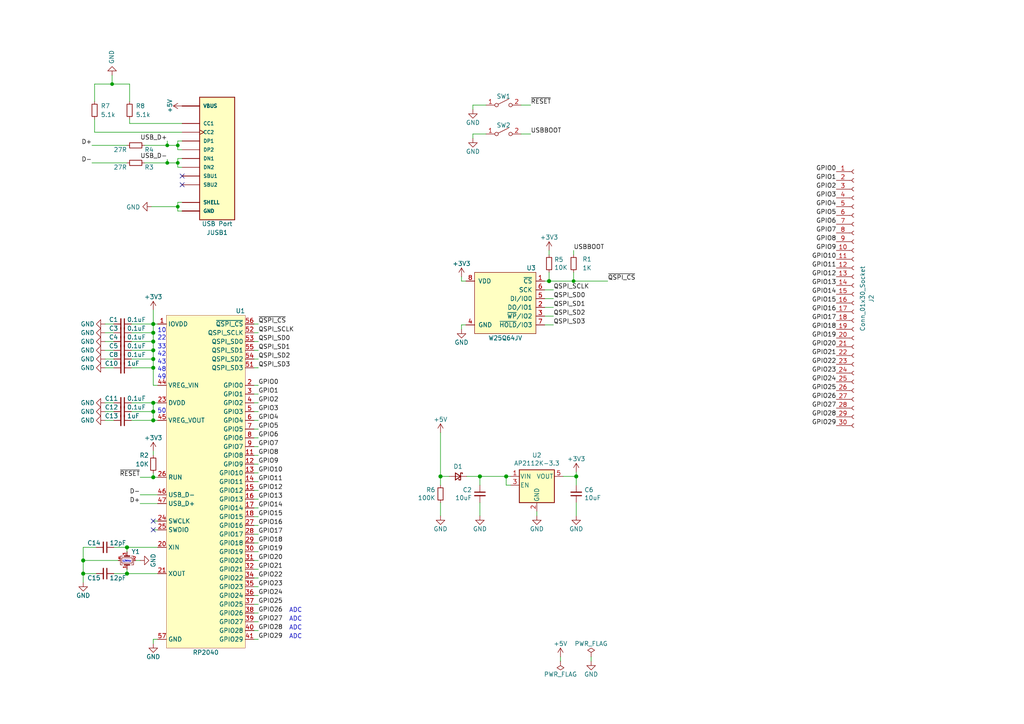
<source format=kicad_sch>
(kicad_sch (version 20230121) (generator eeschema)
  (paper "A4")
  (lib_symbols
    (symbol "Connector:Conn_01x30_Socket" (pin_names (offset 1.016) hide)
      (property "Reference" "J" (at 0 38.1 0))
      (property "Value" "Conn_01x30_Socket" (at 0 -40.64 0))
      (symbol "Conn_01x30_Socket_1_1"
        (arc (start 0 -37.592) (mid -0.5058 -38.1) (end 0 -38.608) (stroke (width 0.1524)))
        (arc (start 0 -35.052) (mid -0.5058 -35.56) (end 0 -36.068) (stroke (width 0.1524)))
        (arc (start 0 -32.512) (mid -0.5058 -33.02) (end 0 -33.528) (stroke (width 0.1524)))
        (arc (start 0 -29.972) (mid -0.5058 -30.48) (end 0 -30.988) (stroke (width 0.1524)))
        (arc (start 0 -27.432) (mid -0.5058 -27.94) (end 0 -28.448) (stroke (width 0.1524)))
        (arc (start 0 -24.892) (mid -0.5058 -25.4) (end 0 -25.908) (stroke (width 0.1524)))
        (arc (start 0 -22.352) (mid -0.5058 -22.86) (end 0 -23.368) (stroke (width 0.1524)))
        (arc (start 0 -19.812) (mid -0.5058 -20.32) (end 0 -20.828) (stroke (width 0.1524)))
        (arc (start 0 -17.272) (mid -0.5058 -17.78) (end 0 -18.288) (stroke (width 0.1524)))
        (arc (start 0 -14.732) (mid -0.5058 -15.24) (end 0 -15.748) (stroke (width 0.1524)))
        (arc (start 0 -12.192) (mid -0.5058 -12.7) (end 0 -13.208) (stroke (width 0.1524)))
        (arc (start 0 -9.652) (mid -0.5058 -10.16) (end 0 -10.668) (stroke (width 0.1524)))
        (arc (start 0 -7.112) (mid -0.5058 -7.62) (end 0 -8.128) (stroke (width 0.1524)))
        (arc (start 0 -4.572) (mid -0.5058 -5.08) (end 0 -5.588) (stroke (width 0.1524)))
        (arc (start 0 -2.032) (mid -0.5058 -2.54) (end 0 -3.048) (stroke (width 0.1524)))
        (polyline (pts (xy -1.27 -38.1) (xy -0.508 -38.1)) (stroke (width 0.1524)))
        (polyline (pts (xy -1.27 -35.56) (xy -0.508 -35.56)) (stroke (width 0.1524)))
        (polyline (pts (xy -1.27 -33.02) (xy -0.508 -33.02)) (stroke (width 0.1524)))
        (polyline (pts (xy -1.27 -30.48) (xy -0.508 -30.48)) (stroke (width 0.1524)))
        (polyline (pts (xy -1.27 -27.94) (xy -0.508 -27.94)) (stroke (width 0.1524)))
        (polyline (pts (xy -1.27 -25.4) (xy -0.508 -25.4)) (stroke (width 0.1524)))
        (polyline (pts (xy -1.27 -22.86) (xy -0.508 -22.86)) (stroke (width 0.1524)))
        (polyline (pts (xy -1.27 -20.32) (xy -0.508 -20.32)) (stroke (width 0.1524)))
        (polyline (pts (xy -1.27 -17.78) (xy -0.508 -17.78)) (stroke (width 0.1524)))
        (polyline (pts (xy -1.27 -15.24) (xy -0.508 -15.24)) (stroke (width 0.1524)))
        (polyline (pts (xy -1.27 -12.7) (xy -0.508 -12.7)) (stroke (width 0.1524)))
        (polyline (pts (xy -1.27 -10.16) (xy -0.508 -10.16)) (stroke (width 0.1524)))
        (polyline (pts (xy -1.27 -7.62) (xy -0.508 -7.62)) (stroke (width 0.1524)))
        (polyline (pts (xy -1.27 -5.08) (xy -0.508 -5.08)) (stroke (width 0.1524)))
        (polyline (pts (xy -1.27 -2.54) (xy -0.508 -2.54)) (stroke (width 0.1524)))
        (polyline (pts (xy -1.27 0) (xy -0.508 0)) (stroke (width 0.1524)))
        (polyline (pts (xy -1.27 2.54) (xy -0.508 2.54)) (stroke (width 0.1524)))
        (polyline (pts (xy -1.27 5.08) (xy -0.508 5.08)) (stroke (width 0.1524)))
        (polyline (pts (xy -1.27 7.62) (xy -0.508 7.62)) (stroke (width 0.1524)))
        (polyline (pts (xy -1.27 10.16) (xy -0.508 10.16)) (stroke (width 0.1524)))
        (polyline (pts (xy -1.27 12.7) (xy -0.508 12.7)) (stroke (width 0.1524)))
        (polyline (pts (xy -1.27 15.24) (xy -0.508 15.24)) (stroke (width 0.1524)))
        (polyline (pts (xy -1.27 17.78) (xy -0.508 17.78)) (stroke (width 0.1524)))
        (polyline (pts (xy -1.27 20.32) (xy -0.508 20.32)) (stroke (width 0.1524)))
        (polyline (pts (xy -1.27 22.86) (xy -0.508 22.86)) (stroke (width 0.1524)))
        (polyline (pts (xy -1.27 25.4) (xy -0.508 25.4)) (stroke (width 0.1524)))
        (polyline (pts (xy -1.27 27.94) (xy -0.508 27.94)) (stroke (width 0.1524)))
        (polyline (pts (xy -1.27 30.48) (xy -0.508 30.48)) (stroke (width 0.1524)))
        (polyline (pts (xy -1.27 33.02) (xy -0.508 33.02)) (stroke (width 0.1524)))
        (polyline (pts (xy -1.27 35.56) (xy -0.508 35.56)) (stroke (width 0.1524)))
        (arc (start 0 0.508) (mid -0.5058 0) (end 0 -0.508) (stroke (width 0.1524)))
        (arc (start 0 3.048) (mid -0.5058 2.54) (end 0 2.032) (stroke (width 0.1524)))
        (arc (start 0 5.588) (mid -0.5058 5.08) (end 0 4.572) (stroke (width 0.1524)))
        (arc (start 0 8.128) (mid -0.5058 7.62) (end 0 7.112) (stroke (width 0.1524)))
        (arc (start 0 10.668) (mid -0.5058 10.16) (end 0 9.652) (stroke (width 0.1524)))
        (arc (start 0 13.208) (mid -0.5058 12.7) (end 0 12.192) (stroke (width 0.1524)))
        (arc (start 0 15.748) (mid -0.5058 15.24) (end 0 14.732) (stroke (width 0.1524)))
        (arc (start 0 18.288) (mid -0.5058 17.78) (end 0 17.272) (stroke (width 0.1524)))
        (arc (start 0 20.828) (mid -0.5058 20.32) (end 0 19.812) (stroke (width 0.1524)))
        (arc (start 0 23.368) (mid -0.5058 22.86) (end 0 22.352) (stroke (width 0.1524)))
        (arc (start 0 25.908) (mid -0.5058 25.4) (end 0 24.892) (stroke (width 0.1524)))
        (arc (start 0 28.448) (mid -0.5058 27.94) (end 0 27.432) (stroke (width 0.1524)))
        (arc (start 0 30.988) (mid -0.5058 30.48) (end 0 29.972) (stroke (width 0.1524)))
        (arc (start 0 33.528) (mid -0.5058 33.02) (end 0 32.512) (stroke (width 0.1524)))
        (arc (start 0 36.068) (mid -0.5058 35.56) (end 0 35.052) (stroke (width 0.1524)))
        (pin passive line (at -5.08 35.56 0) (length 3.81) (name "Pin_1") (number "1"))
        (pin passive line (at -5.08 12.7 0) (length 3.81) (name "Pin_10") (number "10"))
        (pin passive line (at -5.08 10.16 0) (length 3.81) (name "Pin_11") (number "11"))
        (pin passive line (at -5.08 7.62 0) (length 3.81) (name "Pin_12") (number "12"))
        (pin passive line (at -5.08 5.08 0) (length 3.81) (name "Pin_13") (number "13"))
        (pin passive line (at -5.08 2.54 0) (length 3.81) (name "Pin_14") (number "14"))
        (pin passive line (at -5.08 0 0) (length 3.81) (name "Pin_15") (number "15"))
        (pin passive line (at -5.08 -2.54 0) (length 3.81) (name "Pin_16") (number "16"))
        (pin passive line (at -5.08 -5.08 0) (length 3.81) (name "Pin_17") (number "17"))
        (pin passive line (at -5.08 -7.62 0) (length 3.81) (name "Pin_18") (number "18"))
        (pin passive line (at -5.08 -10.16 0) (length 3.81) (name "Pin_19") (number "19"))
        (pin passive line (at -5.08 33.02 0) (length 3.81) (name "Pin_2") (number "2"))
        (pin passive line (at -5.08 -12.7 0) (length 3.81) (name "Pin_20") (number "20"))
        (pin passive line (at -5.08 -15.24 0) (length 3.81) (name "Pin_21") (number "21"))
        (pin passive line (at -5.08 -17.78 0) (length 3.81) (name "Pin_22") (number "22"))
        (pin passive line (at -5.08 -20.32 0) (length 3.81) (name "Pin_23") (number "23"))
        (pin passive line (at -5.08 -22.86 0) (length 3.81) (name "Pin_24") (number "24"))
        (pin passive line (at -5.08 -25.4 0) (length 3.81) (name "Pin_25") (number "25"))
        (pin passive line (at -5.08 -27.94 0) (length 3.81) (name "Pin_26") (number "26"))
        (pin passive line (at -5.08 -30.48 0) (length 3.81) (name "Pin_27") (number "27"))
        (pin passive line (at -5.08 -33.02 0) (length 3.81) (name "Pin_28") (number "28"))
        (pin passive line (at -5.08 -35.56 0) (length 3.81) (name "Pin_29") (number "29"))
        (pin passive line (at -5.08 30.48 0) (length 3.81) (name "Pin_3") (number "3"))
        (pin passive line (at -5.08 -38.1 0) (length 3.81) (name "Pin_30") (number "30"))
        (pin passive line (at -5.08 27.94 0) (length 3.81) (name "Pin_4") (number "4"))
        (pin passive line (at -5.08 25.4 0) (length 3.81) (name "Pin_5") (number "5"))
        (pin passive line (at -5.08 22.86 0) (length 3.81) (name "Pin_6") (number "6"))
        (pin passive line (at -5.08 20.32 0) (length 3.81) (name "Pin_7") (number "7"))
        (pin passive line (at -5.08 17.78 0) (length 3.81) (name "Pin_8") (number "8"))
        (pin passive line (at -5.08 15.24 0) (length 3.81) (name "Pin_9") (number "9"))
      )
    )
    (symbol "Device:C_Small" (pin_numbers hide) (pin_names (offset 0.254) hide)
      (property "Reference" "C" (at 0.254 1.778 0))
      (property "Value" "C_Small" (at 0.254 -2.032 0))
      (symbol "C_Small_0_1"
        (polyline (pts (xy -1.524 -0.508) (xy 1.524 -0.508)) (stroke (width 0.3302)))
        (polyline (pts (xy -1.524 0.508) (xy 1.524 0.508)) (stroke (width 0.3048)))
      )
      (symbol "C_Small_1_1"
        (pin passive line (at 0 2.54 270) (length 2.032) (name "~") (number "1"))
        (pin passive line (at 0 -2.54 90) (length 2.032) (name "~") (number "2"))
      )
    )
    (symbol "Device:Crystal_GND24_Small" (pin_names (offset 1.016) hide)
      (property "Reference" "Y" (at 1.27 4.445 0))
      (property "Value" "Crystal_GND24_Small" (at 1.27 2.54 0))
      (symbol "Crystal_GND24_Small_0_1"
        (rectangle (start -0.762 -1.524) (end 0.762 1.524))
        (polyline (pts (xy -1.27 -0.762) (xy -1.27 0.762)) (stroke (width 0.381)))
        (polyline (pts (xy 1.27 -0.762) (xy 1.27 0.762)) (stroke (width 0.381)))
        (polyline (pts (xy -1.27 -1.27) (xy -1.27 -1.905) (xy 1.27 -1.905) (xy 1.27 -1.27)))
        (polyline (pts (xy -1.27 1.27) (xy -1.27 1.905) (xy 1.27 1.905) (xy 1.27 1.27)))
      )
      (symbol "Crystal_GND24_Small_1_1"
        (pin passive line (at -2.54 0 0) (length 1.27) (name "1") (number "1"))
        (pin passive line (at 0 -2.54 90) (length 0.635) (name "2") (number "2"))
        (pin passive line (at 2.54 0 180) (length 1.27) (name "3") (number "3"))
        (pin passive line (at 0 2.54 270) (length 0.635) (name "4") (number "4"))
      )
    )
    (symbol "Device:D_Schottky_Small" (pin_numbers hide) (pin_names (offset 0.254) hide)
      (property "Reference" "D" (at -1.27 2.032 0))
      (property "Value" "D_Schottky_Small" (at -7.112 -2.032 0))
      (symbol "D_Schottky_Small_0_1"
        (polyline (pts (xy -0.762 0) (xy 0.762 0)))
        (polyline (pts (xy 0.762 -1.016) (xy -0.762 0) (xy 0.762 1.016) (xy 0.762 -1.016)) (stroke (width 0.254)))
        (polyline (pts (xy -1.27 0.762) (xy -1.27 1.016) (xy -0.762 1.016) (xy -0.762 -1.016) (xy -0.254 -1.016) (xy -0.254 -0.762)) (stroke (width 0.254)))
      )
      (symbol "D_Schottky_Small_1_1"
        (pin passive line (at -2.54 0 0) (length 1.778) (name "K") (number "1"))
        (pin passive line (at 2.54 0 180) (length 1.778) (name "A") (number "2"))
      )
    )
    (symbol "Device:R_Small" (pin_numbers hide) (pin_names (offset 0.254) hide)
      (property "Reference" "R" (at 0.762 0.508 0))
      (property "Value" "R_Small" (at 0.762 -1.016 0))
      (symbol "R_Small_0_1"
        (rectangle (start -0.762 1.778) (end 0.762 -1.778) (stroke (width 0.2032)))
      )
      (symbol "R_Small_1_1"
        (pin passive line (at 0 2.54 270) (length 0.762) (name "~") (number "1"))
        (pin passive line (at 0 -2.54 90) (length 0.762) (name "~") (number "2"))
      )
    )
    (symbol "Keyboard:GND" (power) (pin_names (offset 0))
      (property "Value" "GND" (at 0 -3.81 0))
      (symbol "GND_0_1"
        (polyline (pts (xy 0 0) (xy 0 -1.27) (xy 1.27 -1.27) (xy 0 -2.54) (xy -1.27 -1.27) (xy 0 -1.27)))
      )
      (symbol "GND_1_1"
        (pin power_in line (at 0 0 270) (length 0) hide (name "GND") (number "1"))
      )
    )
    (symbol "Keyboard:USB4085-GF-A_REVA4" (pin_numbers hide) (pin_names (offset 1.016))
      (property "Reference" "J" (at -5.1054 18.3134 0))
      (property "Value" "USB4085-GF-A_REVA4" (at -5.1054 -20.3708 0))
      (symbol "USB4085-GF-A_REVA4_0_0"
        (rectangle (start -5.08 -17.78) (end 5.08 17.78) (stroke (width 0.254)) (fill (type background)))
        (pin passive line (at -10.16 -15.24 0) (length 5.08) (name "GND") (number "A1"))
        (pin passive line (at -10.16 -15.24 0) (length 5.08) (name "GND") (number "A12"))
        (pin power_in line (at -10.16 15.24 0) (length 5.08) (name "VBUS") (number "A4"))
        (pin bidirectional line (at -10.16 10.16 0) (length 5.08) (name "CC1") (number "A5"))
        (pin bidirectional line (at -10.16 5.08 0) (length 5.08) (name "DP1") (number "A6"))
        (pin bidirectional line (at -10.16 0 0) (length 5.08) (name "DN1") (number "A7"))
        (pin bidirectional line (at -10.16 -5.08 0) (length 5.08) (name "SBU1") (number "A8"))
        (pin power_in line (at -10.16 15.24 0) (length 5.08) (name "VBUS") (number "A9"))
        (pin passive line (at -10.16 -15.24 0) (length 5.08) (name "GND") (number "B1"))
        (pin passive line (at -10.16 -15.24 0) (length 5.08) (name "GND") (number "B12"))
        (pin power_in line (at -10.16 15.24 0) (length 5.08) (name "VBUS") (number "B4"))
        (pin bidirectional clock (at -10.16 7.62 0) (length 5.08) (name "CC2") (number "B5"))
        (pin bidirectional line (at -10.16 2.54 0) (length 5.08) (name "DP2") (number "B6"))
        (pin bidirectional line (at -10.16 -2.54 0) (length 5.08) (name "DN2") (number "B7"))
        (pin bidirectional line (at -10.16 -7.62 0) (length 5.08) (name "SBU2") (number "B8"))
        (pin power_in line (at -10.16 15.24 0) (length 5.08) (name "VBUS") (number "B9"))
        (pin passive line (at -10.16 -12.7 0) (length 5.08) (name "SHELL") (number "P1"))
        (pin passive line (at -10.16 -12.7 0) (length 5.08) (name "SHELL") (number "P2"))
        (pin passive line (at -10.16 -12.7 0) (length 5.08) (name "SHELL") (number "P3"))
        (pin passive line (at -10.16 -12.7 0) (length 5.08) (name "SHELL") (number "P4"))
      )
    )
    (symbol "MCU_RaspberryPi:RP2040"
      (property "Reference" "U" (at 11.43 1.27 0))
      (property "Value" "RP2040" (at 0 -97.79 0))
      (symbol "RP2040_0_0"
        (pin power_in line (at -13.97 -2.54 0) (length 2.54) (name "IOVDD") (number "1"))
        (pin passive line (at -13.97 -2.54 0) (length 2.54) hide (name "IOVDD") (number "10"))
        (pin bidirectional line (at 13.97 -40.64 180) (length 2.54) (name "GPIO8") (number "11"))
        (pin bidirectional line (at 13.97 -20.32 180) (length 2.54) (name "GPIO0") (number "2"))
        (pin bidirectional line (at 13.97 -22.86 180) (length 2.54) (name "GPIO1") (number "3"))
        (pin bidirectional line (at 13.97 -25.4 180) (length 2.54) (name "GPIO2") (number "4"))
        (pin bidirectional line (at 13.97 -27.94 180) (length 2.54) (name "GPIO3") (number "5"))
        (pin bidirectional line (at 13.97 -30.48 180) (length 2.54) (name "GPIO4") (number "6"))
        (pin bidirectional line (at 13.97 -33.02 180) (length 2.54) (name "GPIO5") (number "7"))
        (pin bidirectional line (at 13.97 -35.56 180) (length 2.54) (name "GPIO6") (number "8"))
        (pin bidirectional line (at 13.97 -38.1 180) (length 2.54) (name "GPIO7") (number "9"))
      )
      (symbol "RP2040_0_1"
        (rectangle (start -11.43 0) (end 11.43 -96.52) (stroke (width 0.001)) (fill (type background)))
      )
      (symbol "RP2040_1_1"
        (pin bidirectional line (at 13.97 -43.18 180) (length 2.54) (name "GPIO9") (number "12"))
        (pin bidirectional line (at 13.97 -45.72 180) (length 2.54) (name "GPIO10") (number "13"))
        (pin bidirectional line (at 13.97 -48.26 180) (length 2.54) (name "GPIO11") (number "14"))
        (pin bidirectional line (at 13.97 -50.8 180) (length 2.54) (name "GPIO12") (number "15"))
        (pin bidirectional line (at 13.97 -53.34 180) (length 2.54) (name "GPIO13") (number "16"))
        (pin bidirectional line (at 13.97 -55.88 180) (length 2.54) (name "GPIO14") (number "17"))
        (pin bidirectional line (at 13.97 -58.42 180) (length 2.54) (name "GPIO15") (number "18"))
        (pin passive line (at -13.97 -93.98 0) (length 2.54) hide (name "TESTEN") (number "19"))
        (pin input line (at -13.97 -67.31 0) (length 2.54) (name "XIN") (number "20"))
        (pin output line (at -13.97 -74.93 0) (length 2.54) (name "XOUT") (number "21"))
        (pin passive line (at -13.97 -2.54 0) (length 2.54) hide (name "IOVDD") (number "22"))
        (pin power_in line (at -13.97 -25.4 0) (length 2.54) (name "DVDD") (number "23"))
        (pin input line (at -13.97 -59.69 0) (length 2.54) (name "SWCLK") (number "24"))
        (pin bidirectional line (at -13.97 -62.23 0) (length 2.54) (name "SWDIO") (number "25"))
        (pin input line (at -13.97 -46.99 0) (length 2.54) (name "RUN") (number "26"))
        (pin bidirectional line (at 13.97 -60.96 180) (length 2.54) (name "GPIO16") (number "27"))
        (pin bidirectional line (at 13.97 -63.5 180) (length 2.54) (name "GPIO17") (number "28"))
        (pin bidirectional line (at 13.97 -66.04 180) (length 2.54) (name "GPIO18") (number "29"))
        (pin bidirectional line (at 13.97 -68.58 180) (length 2.54) (name "GPIO19") (number "30"))
        (pin bidirectional line (at 13.97 -71.12 180) (length 2.54) (name "GPIO20") (number "31"))
        (pin bidirectional line (at 13.97 -73.66 180) (length 2.54) (name "GPIO21") (number "32"))
        (pin passive line (at -13.97 -2.54 0) (length 2.54) hide (name "IOVDD") (number "33"))
        (pin bidirectional line (at 13.97 -76.2 180) (length 2.54) (name "GPIO22") (number "34"))
        (pin bidirectional line (at 13.97 -78.74 180) (length 2.54) (name "GPIO23") (number "35"))
        (pin bidirectional line (at 13.97 -81.28 180) (length 2.54) (name "GPIO24") (number "36"))
        (pin bidirectional line (at 13.97 -83.82 180) (length 2.54) (name "GPIO25") (number "37"))
        (pin bidirectional line (at 13.97 -86.36 180) (length 2.54) (name "GPIO26") (number "38"))
        (pin bidirectional line (at 13.97 -88.9 180) (length 2.54) (name "GPIO27") (number "39"))
        (pin bidirectional line (at 13.97 -91.44 180) (length 2.54) (name "GPIO28") (number "40"))
        (pin bidirectional line (at 13.97 -93.98 180) (length 2.54) (name "GPIO29") (number "41"))
        (pin passive line (at -13.97 -2.54 0) (length 2.54) hide (name "IOVDD") (number "42"))
        (pin passive line (at -13.97 -2.54 0) (length 2.54) hide (name "ADC_AVDD") (number "43"))
        (pin power_in line (at -13.97 -20.32 0) (length 2.54) (name "VREG_VIN") (number "44"))
        (pin power_out line (at -13.97 -30.48 0) (length 2.54) (name "VREG_VOUT") (number "45"))
        (pin bidirectional line (at -13.97 -52.07 0) (length 2.54) (name "USB_D-") (number "46"))
        (pin bidirectional line (at -13.97 -54.61 0) (length 2.54) (name "USB_D+") (number "47"))
        (pin passive line (at -13.97 -2.54 0) (length 2.54) hide (name "USB_VDD") (number "48"))
        (pin passive line (at -13.97 -2.54 0) (length 2.54) hide (name "IOVDD") (number "49"))
        (pin passive line (at -13.97 -25.4 0) (length 2.54) hide (name "DVDD") (number "50"))
        (pin bidirectional line (at 13.97 -15.24 180) (length 2.54) (name "QSPI_SD3") (number "51"))
        (pin output line (at 13.97 -5.08 180) (length 2.54) (name "QSPI_SCLK") (number "52"))
        (pin bidirectional line (at 13.97 -7.62 180) (length 2.54) (name "QSPI_SD0") (number "53"))
        (pin bidirectional line (at 13.97 -12.7 180) (length 2.54) (name "QSPI_SD2") (number "54"))
        (pin bidirectional line (at 13.97 -10.16 180) (length 2.54) (name "QSPI_SD1") (number "55"))
        (pin input line (at 13.97 -2.54 180) (length 2.54) (name "~{QSPI_CS}") (number "56"))
        (pin power_in line (at -13.97 -93.98 0) (length 2.54) (name "GND") (number "57"))
      )
    )
    (symbol "Memory_Flash_Extra:W25Q64JV" (pin_names (offset 1.016))
      (property "Reference" "U" (at 8.89 10.16 0))
      (property "Value" "W25Q64JV" (at 0 -10.16 0))
      (symbol "W25Q64JV_0_1"
        (rectangle (start -8.89 8.89) (end 8.89 -8.89) (fill (type background)))
      )
      (symbol "W25Q64JV_1_1"
        (pin input line (at 11.43 6.35 180) (length 2.54) (name "~{CS}") (number "1"))
        (pin bidirectional line (at 11.43 -1.27 180) (length 2.54) (name "DO/IO1") (number "2"))
        (pin bidirectional line (at 11.43 -3.81 180) (length 2.54) (name "~{WP}/IO2") (number "3"))
        (pin power_in line (at -11.43 -6.35 0) (length 2.54) (name "GND") (number "4"))
        (pin bidirectional line (at 11.43 1.27 180) (length 2.54) (name "DI/IO0") (number "5"))
        (pin input line (at 11.43 3.81 180) (length 2.54) (name "SCK") (number "6"))
        (pin bidirectional line (at 11.43 -6.35 180) (length 2.54) (name "~{HOLD}/IO3") (number "7"))
        (pin power_in line (at -11.43 6.35 0) (length 2.54) (name "VDD") (number "8"))
        (pin passive line (at -11.43 -6.35 0) (length 2.54) hide (name "GND") (number "9"))
      )
    )
    (symbol "Regulator_Linear:AP2112K-3.3" (pin_names (offset 0.254))
      (property "Reference" "U" (at -5.08 5.715 0))
      (property "Value" "AP2112K-3.3" (at 0 5.715 0))
      (symbol "AP2112K-3.3_0_1"
        (rectangle (start -5.08 4.445) (end 5.08 -5.08) (stroke (width 0.254)) (fill (type background)))
      )
      (symbol "AP2112K-3.3_1_1"
        (pin power_in line (at -7.62 2.54 0) (length 2.54) (name "VIN") (number "1"))
        (pin power_in line (at 0 -7.62 90) (length 2.54) (name "GND") (number "2"))
        (pin input line (at -7.62 0 0) (length 2.54) (name "EN") (number "3"))
        (pin no_connect line (at 5.08 0 180) (length 2.54) hide (name "NC") (number "4"))
        (pin power_out line (at 7.62 2.54 180) (length 2.54) (name "VOUT") (number "5"))
      )
    )
    (symbol "Switch:SW_SPST" (pin_names (offset 0) hide)
      (property "Reference" "SW" (at 0 3.175 0))
      (property "Value" "SW_SPST" (at 0 -2.54 0))
      (symbol "SW_SPST_0_0"
        (circle (center -2.032 0) (radius 0.508))
        (polyline (pts (xy -1.524 0.254) (xy 1.524 1.778)))
        (circle (center 2.032 0) (radius 0.508))
      )
      (symbol "SW_SPST_1_1"
        (pin passive line (at -5.08 0 0) (length 2.54) (name "A") (number "1"))
        (pin passive line (at 5.08 0 180) (length 2.54) (name "B") (number "2"))
      )
    )
    (symbol "power:+3.3V" (power) (pin_names (offset 0))
      (property "Value" "+3.3V" (at 0 3.556 0))
      (symbol "+3.3V_0_1"
        (polyline (pts (xy -0.762 1.27) (xy 0 2.54)))
        (polyline (pts (xy 0 0) (xy 0 2.54)))
        (polyline (pts (xy 0 2.54) (xy 0.762 1.27)))
      )
      (symbol "+3.3V_1_1"
        (pin power_in line (at 0 0 90) (length 0) hide (name "+3V3") (number "1"))
      )
    )
    (symbol "power:+3V3" (power) (pin_names (offset 0))
      (property "Value" "+3V3" (at 0 3.556 0))
      (symbol "+3V3_0_1"
        (polyline (pts (xy -0.762 1.27) (xy 0 2.54)))
        (polyline (pts (xy 0 0) (xy 0 2.54)))
        (polyline (pts (xy 0 2.54) (xy 0.762 1.27)))
      )
      (symbol "+3V3_1_1"
        (pin power_in line (at 0 0 90) (length 0) hide (name "+3V3") (number "1"))
      )
    )
    (symbol "power:+5V" (power) (pin_names (offset 0))
      (property "Value" "+5V" (at 0 3.556 0))
      (symbol "+5V_0_1"
        (polyline (pts (xy -0.762 1.27) (xy 0 2.54)))
        (polyline (pts (xy 0 0) (xy 0 2.54)))
        (polyline (pts (xy 0 2.54) (xy 0.762 1.27)))
      )
      (symbol "+5V_1_1"
        (pin power_in line (at 0 0 90) (length 0) hide (name "+5V") (number "1"))
      )
    )
    (symbol "power:GND" (power) (pin_names (offset 0))
      (property "Value" "GND" (at 0 -3.81 0))
      (symbol "GND_0_1"
        (polyline (pts (xy 0 0) (xy 0 -1.27) (xy 1.27 -1.27) (xy 0 -2.54) (xy -1.27 -1.27) (xy 0 -1.27)))
      )
      (symbol "GND_1_1"
        (pin power_in line (at 0 0 270) (length 0) hide (name "GND") (number "1"))
      )
    )
    (symbol "power:PWR_FLAG" (power) (pin_numbers hide) (pin_names (offset 0) hide)
      (property "Value" "PWR_FLAG" (at 0 3.81 0))
      (symbol "PWR_FLAG_0_0"
        (pin power_out line (at 0 0 90) (length 0) (name "pwr") (number "1"))
      )
      (symbol "PWR_FLAG_0_1"
        (polyline (pts (xy 0 0) (xy 0 1.27) (xy -1.016 1.905) (xy 0 2.54) (xy 1.016 1.905) (xy 0 1.27)))
      )
    )
  )
  (junction (at 32.512 24.384))
  (junction (at 51.562 59.944))
  (junction (at 48.514 47.244))
  (junction (at 127.762 138.176) (diameter 1.016))
  (junction (at 24.13 166.37) (diameter 1.016))
  (junction (at 44.45 96.52) (diameter 1.016))
  (junction (at 36.83 158.75) (diameter 1.016))
  (junction (at 44.45 119.38) (diameter 1.016))
  (junction (at 44.45 93.98) (diameter 1.016))
  (junction (at 48.514 42.164))
  (junction (at 166.37 81.534))
  (junction (at 44.45 104.14) (diameter 1.016))
  (junction (at 44.45 116.84) (diameter 1.016))
  (junction (at 44.45 121.92) (diameter 1.016))
  (junction (at 139.192 138.176) (diameter 1.016))
  (junction (at 167.132 138.176) (diameter 1.016))
  (junction (at 24.13 162.56) (diameter 1.016))
  (junction (at 36.83 166.37) (diameter 1.016))
  (junction (at 146.812 138.176) (diameter 1.016))
  (junction (at 51.562 47.244))
  (junction (at 44.45 99.06) (diameter 1.016))
  (junction (at 44.45 138.43) (diameter 1.016))
  (junction (at 159.258 81.534) (diameter 1.016))
  (junction (at 44.45 101.6) (diameter 1.016))
  (junction (at 51.562 42.164))
  (junction (at 44.45 106.68) (diameter 1.016))
  (no_connect (at 44.45 151.13))
  (no_connect (at 52.832 51.054))
  (no_connect (at 52.832 53.594))
  (no_connect (at 44.45 153.67))
  (wire (pts (xy 36.83 158.75) (xy 45.72 158.75)))
  (wire (pts (xy 51.562 58.674) (xy 52.832 58.674)))
  (wire (pts (xy 73.66 152.4) (xy 74.93 152.4)))
  (wire (pts (xy 166.37 81.534) (xy 159.258 81.534)))
  (wire (pts (xy 38.1 101.6) (xy 44.45 101.6)))
  (wire (pts (xy 27.432 24.384) (xy 27.432 29.464)))
  (wire (pts (xy 30.48 104.14) (xy 33.02 104.14)))
  (wire (pts (xy 139.192 138.176) (xy 135.382 138.176)))
  (wire (pts (xy 33.02 166.37) (xy 36.83 166.37)))
  (wire (pts (xy 51.562 59.944) (xy 51.562 58.674)))
  (wire (pts (xy 45.72 111.76) (xy 44.45 111.76)))
  (wire (pts (xy 38.1 104.14) (xy 44.45 104.14)))
  (wire (pts (xy 139.192 138.176) (xy 146.812 138.176)))
  (wire (pts (xy 73.66 132.08) (xy 74.93 132.08)))
  (wire (pts (xy 51.562 40.894) (xy 52.832 40.894)))
  (wire (pts (xy 73.66 119.38) (xy 74.93 119.38)))
  (wire (pts (xy 74.93 149.86) (xy 73.66 149.86)))
  (wire (pts (xy 73.66 139.7) (xy 74.93 139.7)))
  (wire (pts (xy 73.66 111.76) (xy 74.93 111.76)))
  (wire (pts (xy 52.832 61.214) (xy 51.562 61.214)))
  (wire (pts (xy 171.45 190.5) (xy 171.45 191.77)))
  (wire (pts (xy 135.128 94.234) (xy 133.858 94.234)))
  (wire (pts (xy 44.45 101.6) (xy 44.45 104.14)))
  (wire (pts (xy 38.1 99.06) (xy 44.45 99.06)))
  (wire (pts (xy 163.322 138.176) (xy 167.132 138.176)))
  (wire (pts (xy 36.83 166.37) (xy 45.72 166.37)))
  (wire (pts (xy 166.37 81.534) (xy 166.37 78.994)))
  (wire (pts (xy 30.48 93.98) (xy 33.02 93.98)))
  (wire (pts (xy 44.45 185.42) (xy 44.45 186.69)))
  (wire (pts (xy 137.16 38.862) (xy 140.97 38.862)))
  (wire (pts (xy 74.93 99.06) (xy 73.66 99.06)))
  (wire (pts (xy 24.13 162.56) (xy 24.13 166.37)))
  (wire (pts (xy 44.45 116.84) (xy 45.72 116.84)))
  (wire (pts (xy 51.562 45.974) (xy 52.832 45.974)))
  (wire (pts (xy 157.988 91.694) (xy 160.528 91.694)))
  (wire (pts (xy 73.66 165.1) (xy 74.93 165.1)))
  (wire (pts (xy 146.812 140.716) (xy 146.812 138.176)))
  (wire (pts (xy 43.942 59.944) (xy 51.562 59.944)))
  (wire (pts (xy 73.66 154.94) (xy 74.93 154.94)))
  (wire (pts (xy 30.48 119.38) (xy 33.02 119.38)))
  (wire (pts (xy 73.66 137.16) (xy 74.93 137.16)))
  (wire (pts (xy 73.66 180.34) (xy 74.93 180.34)))
  (wire (pts (xy 41.91 42.164) (xy 48.514 42.164)))
  (wire (pts (xy 38.1 93.98) (xy 44.45 93.98)))
  (wire (pts (xy 51.562 48.514) (xy 52.832 48.514)))
  (wire (pts (xy 73.66 121.92) (xy 74.93 121.92)))
  (wire (pts (xy 51.562 47.244) (xy 51.562 45.974)))
  (wire (pts (xy 30.48 116.84) (xy 33.02 116.84)))
  (wire (pts (xy 44.45 151.13) (xy 45.72 151.13)))
  (wire (pts (xy 73.66 129.54) (xy 74.93 129.54)))
  (wire (pts (xy 148.082 140.716) (xy 146.812 140.716)))
  (wire (pts (xy 37.592 24.384) (xy 37.592 29.464)))
  (wire (pts (xy 24.13 158.75) (xy 24.13 162.56)))
  (wire (pts (xy 157.988 81.534) (xy 159.258 81.534)))
  (wire (pts (xy 127.762 125.476) (xy 127.762 138.176)))
  (wire (pts (xy 157.988 94.234) (xy 160.528 94.234)))
  (wire (pts (xy 24.13 166.37) (xy 27.94 166.37)))
  (wire (pts (xy 73.66 185.42) (xy 74.93 185.42)))
  (wire (pts (xy 30.48 99.06) (xy 33.02 99.06)))
  (wire (pts (xy 73.66 114.3) (xy 74.93 114.3)))
  (wire (pts (xy 137.16 40.132) (xy 137.16 38.862)))
  (wire (pts (xy 37.592 34.544) (xy 37.592 35.814)))
  (wire (pts (xy 37.592 35.814) (xy 52.832 35.814)))
  (wire (pts (xy 51.562 43.434) (xy 52.832 43.434)))
  (wire (pts (xy 38.1 96.52) (xy 44.45 96.52)))
  (wire (pts (xy 34.29 162.56) (xy 24.13 162.56)))
  (wire (pts (xy 127.762 138.176) (xy 127.762 140.716)))
  (wire (pts (xy 36.83 42.164) (xy 26.67 42.164)))
  (wire (pts (xy 74.93 104.14) (xy 73.66 104.14)))
  (wire (pts (xy 157.988 84.074) (xy 160.528 84.074)))
  (wire (pts (xy 73.66 93.98) (xy 74.93 93.98)))
  (wire (pts (xy 48.514 40.894) (xy 48.514 42.164)))
  (wire (pts (xy 162.56 190.5) (xy 162.56 191.77)))
  (wire (pts (xy 73.66 144.78) (xy 74.93 144.78)))
  (wire (pts (xy 44.45 93.98) (xy 45.72 93.98)))
  (wire (pts (xy 176.276 81.534) (xy 166.37 81.534)))
  (wire (pts (xy 48.514 47.244) (xy 51.562 47.244)))
  (wire (pts (xy 38.1 119.38) (xy 44.45 119.38)))
  (wire (pts (xy 44.45 121.92) (xy 45.72 121.92)))
  (wire (pts (xy 36.83 47.244) (xy 26.67 47.244)))
  (wire (pts (xy 45.72 185.42) (xy 44.45 185.42)))
  (wire (pts (xy 51.562 42.164) (xy 51.562 40.894)))
  (wire (pts (xy 73.66 124.46) (xy 74.93 124.46)))
  (wire (pts (xy 40.64 143.51) (xy 45.72 143.51)))
  (wire (pts (xy 155.702 148.336) (xy 155.702 149.606)))
  (wire (pts (xy 38.1 106.68) (xy 44.45 106.68)))
  (wire (pts (xy 27.432 34.544) (xy 27.432 38.354)))
  (wire (pts (xy 139.192 138.176) (xy 139.192 140.716)))
  (wire (pts (xy 44.45 153.67) (xy 45.72 153.67)))
  (wire (pts (xy 167.132 138.176) (xy 167.132 140.716)))
  (wire (pts (xy 27.432 38.354) (xy 52.832 38.354)))
  (wire (pts (xy 38.1 121.92) (xy 44.45 121.92)))
  (wire (pts (xy 30.48 96.52) (xy 33.02 96.52)))
  (wire (pts (xy 51.562 47.244) (xy 51.562 48.514)))
  (wire (pts (xy 159.258 81.534) (xy 159.258 78.994)))
  (wire (pts (xy 51.562 61.214) (xy 51.562 59.944)))
  (wire (pts (xy 73.66 127) (xy 74.93 127)))
  (wire (pts (xy 44.45 138.43) (xy 44.45 137.16)))
  (wire (pts (xy 44.45 93.98) (xy 44.45 96.52)))
  (wire (pts (xy 44.45 96.52) (xy 44.45 99.06)))
  (wire (pts (xy 24.13 158.75) (xy 27.94 158.75)))
  (wire (pts (xy 73.66 167.64) (xy 74.93 167.64)))
  (wire (pts (xy 73.66 147.32) (xy 74.93 147.32)))
  (wire (pts (xy 157.988 86.614) (xy 160.528 86.614)))
  (wire (pts (xy 30.48 106.68) (xy 33.02 106.68)))
  (wire (pts (xy 24.13 166.37) (xy 24.13 168.91)))
  (wire (pts (xy 30.48 101.6) (xy 33.02 101.6)))
  (wire (pts (xy 44.45 121.92) (xy 44.45 119.38)))
  (wire (pts (xy 139.192 145.796) (xy 139.192 149.606)))
  (wire (pts (xy 74.93 106.68) (xy 73.66 106.68)))
  (wire (pts (xy 27.432 24.384) (xy 32.512 24.384)))
  (wire (pts (xy 48.514 42.164) (xy 51.562 42.164)))
  (wire (pts (xy 167.132 145.796) (xy 167.132 149.606)))
  (wire (pts (xy 148.082 138.176) (xy 146.812 138.176)))
  (wire (pts (xy 32.512 24.384) (xy 32.512 21.844)))
  (wire (pts (xy 41.91 47.244) (xy 48.514 47.244)))
  (wire (pts (xy 44.45 138.43) (xy 45.72 138.43)))
  (wire (pts (xy 44.45 130.81) (xy 44.45 132.08)))
  (wire (pts (xy 44.45 119.38) (xy 44.45 116.84)))
  (wire (pts (xy 135.128 81.534) (xy 133.858 81.534)))
  (wire (pts (xy 51.562 42.164) (xy 51.562 43.434)))
  (wire (pts (xy 157.988 89.154) (xy 160.528 89.154)))
  (wire (pts (xy 133.858 94.234) (xy 133.858 95.504)))
  (wire (pts (xy 40.64 138.43) (xy 44.45 138.43)))
  (wire (pts (xy 40.64 146.05) (xy 45.72 146.05)))
  (wire (pts (xy 38.1 116.84) (xy 44.45 116.84)))
  (wire (pts (xy 73.66 162.56) (xy 74.93 162.56)))
  (wire (pts (xy 166.37 72.644) (xy 166.37 73.914)))
  (wire (pts (xy 159.258 72.644) (xy 159.258 73.914)))
  (wire (pts (xy 133.858 81.534) (xy 133.858 80.264)))
  (wire (pts (xy 36.83 158.75) (xy 36.83 160.02)))
  (wire (pts (xy 73.66 177.8) (xy 74.93 177.8)))
  (wire (pts (xy 73.66 134.62) (xy 74.93 134.62)))
  (wire (pts (xy 44.45 89.916) (xy 44.45 93.98)))
  (wire (pts (xy 73.66 172.72) (xy 74.93 172.72)))
  (wire (pts (xy 73.66 182.88) (xy 74.93 182.88)))
  (wire (pts (xy 48.514 46.228) (xy 48.514 47.244)))
  (wire (pts (xy 37.592 24.384) (xy 32.512 24.384)))
  (wire (pts (xy 73.66 116.84) (xy 74.93 116.84)))
  (wire (pts (xy 73.66 157.48) (xy 74.93 157.48)))
  (wire (pts (xy 44.45 104.14) (xy 44.45 106.68)))
  (wire (pts (xy 44.45 106.68) (xy 44.45 111.76)))
  (wire (pts (xy 33.02 158.75) (xy 36.83 158.75)))
  (wire (pts (xy 39.37 162.56) (xy 40.64 162.56)))
  (wire (pts (xy 167.132 136.906) (xy 167.132 138.176)))
  (wire (pts (xy 73.66 160.02) (xy 74.93 160.02)))
  (wire (pts (xy 44.45 99.06) (xy 44.45 101.6)))
  (wire (pts (xy 36.83 165.1) (xy 36.83 166.37)))
  (wire (pts (xy 73.66 175.26) (xy 74.93 175.26)))
  (wire (pts (xy 74.93 96.52) (xy 73.66 96.52)))
  (wire (pts (xy 74.93 101.6) (xy 73.66 101.6)))
  (wire (pts (xy 151.13 30.48) (xy 153.924 30.48)))
  (wire (pts (xy 137.16 30.48) (xy 140.97 30.48)))
  (wire (pts (xy 137.16 31.75) (xy 137.16 30.48)))
  (wire (pts (xy 73.66 170.18) (xy 74.93 170.18)))
  (wire (pts (xy 73.66 142.24) (xy 74.93 142.24)))
  (wire (pts (xy 30.48 121.92) (xy 33.02 121.92)))
  (wire (pts (xy 127.762 138.176) (xy 130.302 138.176)))
  (wire (pts (xy 127.762 145.796) (xy 127.762 149.606)))
  (wire (pts (xy 151.13 38.862) (xy 153.924 38.862)))
  (text "ADC" (at 83.82 177.8 0) (effects (font (size 1.27 1.27)) (justify left bottom)))
  (text "49" (at 48.26 110.109 0) (effects (font (size 1.27 1.27)) (justify right bottom)))
  (text "33" (at 48.26 101.346 0) (effects (font (size 1.27 1.27)) (justify right bottom)))
  (text "ADC" (at 83.82 180.34 0) (effects (font (size 1.27 1.27)) (justify left bottom)))
  (text "10" (at 48.26 96.647 0) (effects (font (size 1.27 1.27)) (justify right bottom)))
  (text "43" (at 48.26 105.791 0) (effects (font (size 1.27 1.27)) (justify right bottom)))
  (text "12MHz" (at 38.1 163.195 0) (effects (font (size 0.508 0.508)) (justify right bottom)))
  (text "ADC" (at 83.82 182.88 0) (effects (font (size 1.27 1.27)) (justify left bottom)))
  (text "48" (at 48.26 107.95 0) (effects (font (size 1.27 1.27)) (justify right bottom)))
  (text "22" (at 48.26 98.806 0) (effects (font (size 1.27 1.27)) (justify right bottom)))
  (text "ADC" (at 83.82 185.42 0) (effects (font (size 1.27 1.27)) (justify left bottom)))
  (text "50" (at 48.26 120.015 0) (effects (font (size 1.27 1.27)) (justify right bottom)))
  (text "42" (at 48.26 103.505 0) (effects (font (size 1.27 1.27)) (justify right bottom)))
  (label "QSPI_SCLK" (at 74.93 96.52 0))
  (label "GPIO15" (at 74.93 149.86 0))
  (label "GPIO18" (at 242.57 95.504 180))
  (label "GPIO2" (at 242.57 54.864 180))
  (label "GPIO8" (at 74.93 132.08 0))
  (label "GPIO0" (at 242.57 49.784 180))
  (label "GPIO13" (at 74.93 144.78 0))
  (label "QSPI_SD0" (at 74.93 99.06 0))
  (label "D-" (at 40.64 143.51 180))
  (label "GPIO29" (at 242.57 123.444 180))
  (label "GPIO14" (at 74.93 147.32 0))
  (label "QSPI_SD3" (at 160.528 94.234 0))
  (label "GPIO11" (at 242.57 77.724 180))
  (label "GPIO18" (at 74.93 157.48 0))
  (label "QSPI_SD2" (at 74.93 104.14 0))
  (label "GPIO25" (at 242.57 113.284 180))
  (label "GPIO4" (at 74.93 121.92 0))
  (label "GPIO4" (at 242.57 59.944 180))
  (label "GPIO14" (at 242.57 85.344 180))
  (label "GPIO21" (at 74.93 165.1 0))
  (label "QSPI_SD0" (at 160.528 86.614 0))
  (label "GPIO6" (at 242.57 65.024 180))
  (label "GPIO28" (at 242.57 120.904 180))
  (label "USB_D-" (at 48.514 46.228 180))
  (label "GPIO19" (at 74.93 160.02 0))
  (label "GPIO9" (at 242.57 72.644 180))
  (label "GPIO24" (at 242.57 110.744 180))
  (label "GPIO15" (at 242.57 87.884 180))
  (label "GPIO17" (at 74.93 154.94 0))
  (label "GPIO10" (at 242.57 75.184 180))
  (label "GPIO28" (at 74.93 182.88 0))
  (label "~{QSPI_CS}" (at 74.93 93.98 0))
  (label "QSPI_SD3" (at 74.93 106.68 0))
  (label "GPIO24" (at 74.93 172.72 0))
  (label "USBBOOT" (at 166.37 72.644 0))
  (label "GPIO8" (at 242.57 70.104 180))
  (label "GPIO0" (at 74.93 111.76 0))
  (label "GPIO6" (at 74.93 127 0))
  (label "GPIO23" (at 74.93 170.18 0))
  (label "GPIO19" (at 242.57 98.044 180))
  (label "GPIO11" (at 74.93 139.7 0))
  (label "~{RESET}" (at 153.924 30.48 0))
  (label "GPIO21" (at 242.57 103.124 180))
  (label "GPIO2" (at 74.93 116.84 0))
  (label "GPIO16" (at 242.57 90.424 180))
  (label "GPIO27" (at 74.93 180.34 0))
  (label "GPIO22" (at 242.57 105.664 180))
  (label "GPIO1" (at 74.93 114.3 0))
  (label "GPIO26" (at 242.57 115.824 180))
  (label "GPIO29" (at 74.93 185.42 0))
  (label "GPIO26" (at 74.93 177.8 0))
  (label "GPIO12" (at 242.57 80.264 180))
  (label "GPIO12" (at 74.93 142.24 0))
  (label "~{QSPI_CS}" (at 176.276 81.534 0))
  (label "USB_D+" (at 48.514 40.894 180))
  (label "GPIO5" (at 74.93 124.46 0))
  (label "D-" (at 26.67 47.244 180))
  (label "GPIO27" (at 242.57 118.364 180))
  (label "D+" (at 40.64 146.05 180))
  (label "GPIO16" (at 74.93 152.4 0))
  (label "GPIO25" (at 74.93 175.26 0))
  (label "GPIO5" (at 242.57 62.484 180))
  (label "~{RESET}" (at 40.64 138.43 180))
  (label "GPIO3" (at 242.57 57.404 180))
  (label "GPIO10" (at 74.93 137.16 0))
  (label "GPIO1" (at 242.57 52.324 180))
  (label "QSPI_SD2" (at 160.528 91.694 0))
  (label "QSPI_SD1" (at 74.93 101.6 0))
  (label "GPIO7" (at 74.93 129.54 0))
  (label "GPIO7" (at 242.57 67.564 180))
  (label "GPIO22" (at 74.93 167.64 0))
  (label "D+" (at 26.67 42.164 180))
  (label "GPIO20" (at 74.93 162.56 0))
  (label "USBBOOT" (at 153.924 38.862 0))
  (label "GPIO3" (at 74.93 119.38 0))
  (label "QSPI_SCLK" (at 160.528 84.074 0))
  (label "GPIO9" (at 74.93 134.62 0))
  (label "QSPI_SD1" (at 160.528 89.154 0))
  (label "GPIO23" (at 242.57 108.204 180))
  (label "GPIO20" (at 242.57 100.584 180))
  (label "GPIO17" (at 242.57 92.964 180))
  (label "GPIO13" (at 242.57 82.804 180))
  (symbol (lib_id "power:GND") (at 40.64 162.56 90) (unit 1)
    (property "Reference" "#PWR0103" (effects hide))
    (property "Value" "GND" (at 44.45 162.56 0))
  )
  (symbol (lib_id "power:GND") (at 30.48 119.38 270) (unit 1)
    (property "Reference" "#PWR0111" (effects hide))
    (property "Value" "GND" (at 25.4 119.38 90))
  )
  (symbol (lib_id "Device:C_Small") (at 35.56 93.98 270) (unit 1)
    (property "Reference" "C1" (at 34.29 92.71 90) (effects (justify right)))
    (property "Value" "0.1uF" (at 36.83 92.71 90) (effects (justify left)))
    (property "Footprint" "Capacitor_SMD:C_0603_1608Metric" (effects hide))
  )
  (symbol (lib_id "power:GND") (at 155.702 149.606 0) (unit 1)
    (property "Reference" "#PWR05" (effects hide))
    (property "Value" "GND" (at 155.702 153.416 0))
  )
  (symbol (lib_id "Device:C_Small") (at 30.48 158.75 270) (unit 1)
    (property "Reference" "C14" (at 29.21 157.48 90) (effects (justify right)))
    (property "Value" "12pF" (at 31.75 157.48 90) (effects (justify left)))
    (property "Footprint" "Capacitor_SMD:C_0603_1608Metric" (effects hide))
  )
  (symbol (lib_id "Keyboard:USB4085-GF-A_REVA4") (at 62.992 45.974 0) (unit 1)
    (property "Reference" "JUSB1" (at 62.992 67.4538 0))
    (property "Value" "USB Port" (at 62.992 64.9169 0))
    (property "Footprint" "GCT_USB4085-GF-A_REVA4" (effects hide))
    (property "MANUFACTURER" "Global Connector Technology" (effects hide))
    (property "MAXIMUM_PACKAGE_HEIGHT" "3.46mm" (effects hide))
    (property "STANDARD" "Manufacturer Recommendations" (effects hide))
    (property "PARTREV" "A4" (effects hide))
  )
  (symbol (lib_id "Device:R_Small") (at 37.592 32.004 0) (unit 1)
    (property "Reference" "R8" (at 39.37 30.734 0) (effects (justify left)))
    (property "Value" "5.1k" (at 39.37 33.274 0) (effects (justify left)))
    (property "Footprint" "Resistor_SMD:R_0603_1608Metric" (effects hide))
  )
  (symbol (lib_id "Device:R_Small") (at 39.37 47.244 90) (unit 1)
    (property "Reference" "R3" (at 41.91 48.514 90) (effects (justify right)))
    (property "Value" "27R" (at 36.83 48.514 90) (effects (justify left)))
    (property "Footprint" "Resistor_SMD:R_0603_1608Metric" (effects hide))
  )
  (symbol (lib_id "Device:R_Small") (at 127.762 143.256 0) (mirror x) (unit 1)
    (property "Reference" "R6" (at 126.2888 142.0876 0) (effects (justify right)))
    (property "Value" "100K" (at 126.2888 144.399 0) (effects (justify right)))
    (property "Footprint" "Resistor_SMD:R_0603_1608Metric" (effects hide))
  )
  (symbol (lib_id "power:GND") (at 133.858 95.504 0) (mirror y) (unit 1)
    (property "Reference" "#PWR0121" (effects hide))
    (property "Value" "GND" (at 133.858 99.314 0))
  )
  (symbol (lib_id "Switch:SW_SPST") (at 146.05 38.862 0) (unit 1)
    (property "Reference" "SW2" (at 146.05 36.322 0))
    (property "Value" "SW_RESET" (effects hide))
    (property "Footprint" "Button_Switch_SMD:SW_SPST_B3U-1000P" (effects hide))
  )
  (symbol (lib_id "power:+3.3V") (at 44.45 89.916 0) (unit 1)
    (property "Reference" "#PWR0102" (effects hide))
    (property "Value" "+3.3V" (at 44.45 86.106 0))
  )
  (symbol (lib_id "Device:C_Small") (at 35.56 96.52 270) (unit 1)
    (property "Reference" "C3" (at 34.29 95.25 90) (effects (justify right)))
    (property "Value" "0.1uF" (at 36.83 95.25 90) (effects (justify left)))
    (property "Footprint" "Capacitor_SMD:C_0603_1608Metric" (effects hide))
  )
  (symbol (lib_id "power:GND") (at 30.48 116.84 270) (unit 1)
    (property "Reference" "#PWR0110" (effects hide))
    (property "Value" "GND" (at 25.4 116.84 90))
  )
  (symbol (lib_id "Device:R_Small") (at 159.258 76.454 180) (unit 1)
    (property "Reference" "R5" (at 160.7312 75.2856 0) (effects (justify right)))
    (property "Value" "10K" (at 160.7312 77.597 0) (effects (justify right)))
    (property "Footprint" "Resistor_SMD:R_0603_1608Metric" (effects hide))
  )
  (symbol (lib_id "Device:C_Small") (at 35.56 104.14 270) (unit 1)
    (property "Reference" "C8" (at 34.29 102.87 90) (effects (justify right)))
    (property "Value" "0.1uF" (at 36.83 102.87 90) (effects (justify left)))
    (property "Footprint" "Capacitor_SMD:C_0603_1608Metric" (effects hide))
  )
  (symbol (lib_id "power:GND") (at 30.48 93.98 270) (unit 1)
    (property "Reference" "#PWR0112" (effects hide))
    (property "Value" "GND" (at 25.4 93.98 90))
  )
  (symbol (lib_id "Device:C_Small") (at 167.132 143.256 180) (unit 1)
    (property "Reference" "C6" (at 169.4688 142.0876 0) (effects (justify right)))
    (property "Value" "10uF" (at 169.4688 144.399 0) (effects (justify right)))
    (property "Footprint" "Capacitor_SMD:C_0603_1608Metric" (effects hide))
  )
  (symbol (lib_id "power:GND") (at 137.16 31.75 0) (mirror y) (unit 1)
    (property "Reference" "#PWR0113" (effects hide))
    (property "Value" "GND" (at 137.16 35.56 0))
  )
  (symbol (lib_id "power:+5V") (at 162.56 190.5 0) (unit 1)
    (property "Reference" "#PWR0139" (effects hide))
    (property "Value" "+5V" (at 162.56 186.69 0))
  )
  (symbol (lib_id "power:+5V") (at 127.762 125.476 0) (unit 1)
    (property "Reference" "#PWR01" (effects hide))
    (property "Value" "+5V" (at 127.762 121.666 0))
  )
  (symbol (lib_id "power:GND") (at 30.48 104.14 270) (unit 1)
    (property "Reference" "#PWR0117" (effects hide))
    (property "Value" "GND" (at 25.4 104.14 90))
  )
  (symbol (lib_id "MCU_RaspberryPi:RP2040") (at 59.69 91.44 0) (unit 1)
    (property "Reference" "U1" (at 71.12 90.17 0) (effects (justify right)))
    (property "Value" "RP2040" (at 59.69 189.23 0))
    (property "Footprint" "Package_DFN_QFN_Extra:QFN-56_EP_7x7_Pitch0.4mm" (effects hide))
    (property "Datasheet" "https://datasheets.raspberrypi.org/rp2040/rp2040_datasheet.pdf" (effects hide))
  )
  (symbol (lib_id "Device:R_Small") (at 166.37 76.454 0) (unit 1)
    (property "Reference" "R1" (at 168.91 75.184 0) (effects (justify left)))
    (property "Value" "1K" (at 168.91 77.724 0) (effects (justify left)))
    (property "Footprint" "Resistor_SMD:R_0603_1608Metric" (effects hide))
  )
  (symbol (lib_id "power:+3.3V") (at 167.132 136.906 0) (unit 1)
    (property "Reference" "#PWR06" (effects hide))
    (property "Value" "+3.3V" (at 167.132 133.096 0))
  )
  (symbol (lib_id "Device:C_Small") (at 35.56 106.68 270) (unit 1)
    (property "Reference" "C10" (at 34.29 105.41 90) (effects (justify right)))
    (property "Value" "1uF" (at 36.83 105.41 90) (effects (justify left)))
    (property "Footprint" "Capacitor_SMD:C_0603_1608Metric" (effects hide))
  )
  (symbol (lib_id "power:GND") (at 30.48 121.92 270) (unit 1)
    (property "Reference" "#PWR0108" (effects hide))
    (property "Value" "GND" (at 25.4 121.92 90))
  )
  (symbol (lib_id "Device:C_Small") (at 30.48 166.37 270) (mirror x) (unit 1)
    (property "Reference" "C15" (at 29.21 167.64 90) (effects (justify right)))
    (property "Value" "12pF" (at 31.75 167.64 90) (effects (justify left)))
    (property "Footprint" "Capacitor_SMD:C_0603_1608Metric" (effects hide))
  )
  (symbol (lib_id "Device:R_Small") (at 39.37 42.164 90) (unit 1)
    (property "Reference" "R4" (at 41.91 43.434 90) (effects (justify right)))
    (property "Value" "27R" (at 36.83 43.434 90) (effects (justify left)))
    (property "Footprint" "Resistor_SMD:R_0603_1608Metric" (effects hide))
  )
  (symbol (lib_id "power:PWR_FLAG") (at 171.45 190.5 0) (unit 1)
    (property "Reference" "#FLG0101" (effects hide))
    (property "Value" "PWR_FLAG" (at 171.45 186.69 0))
  )
  (symbol (lib_id "power:+3.3V") (at 133.858 80.264 0) (unit 1)
    (property "Reference" "#PWR0120" (effects hide))
    (property "Value" "+3.3V" (at 133.858 76.454 0))
  )
  (symbol (lib_id "power:GND") (at 30.48 99.06 270) (unit 1)
    (property "Reference" "#PWR0119" (effects hide))
    (property "Value" "GND" (at 25.4 99.06 90))
  )
  (symbol (lib_id "power:GND") (at 167.132 149.606 0) (mirror y) (unit 1)
    (property "Reference" "#PWR07" (effects hide))
    (property "Value" "GND" (at 167.132 153.416 0))
  )
  (symbol (lib_id "Connector:Conn_01x30_Socket") (at 247.65 85.344 0) (unit 1)
    (property "Reference" "J2" (at 252.73 86.614 90))
    (property "Value" "Conn_01x30_Socket" (at 250.19 86.614 90))
    (property "Footprint" "Connector_PinHeader_2.54mm:PinHeader_1x30_P2.54mm_Vertical" (effects hide))
  )
  (symbol (lib_id "Keyboard:GND") (at 43.942 59.944 270) (unit 1)
    (property "Reference" "#PWR08" (effects hide))
    (property "Value" "GND" (at 40.6908 60.071 90) (effects (justify right)))
  )
  (symbol (lib_id "Device:R_Small") (at 27.432 32.004 0) (unit 1)
    (property "Reference" "R7" (at 29.21 30.734 0) (effects (justify left)))
    (property "Value" "5.1k" (at 29.21 33.274 0) (effects (justify left)))
    (property "Footprint" "Resistor_SMD:R_0603_1608Metric" (effects hide))
  )
  (symbol (lib_id "Device:R_Small") (at 44.45 134.62 0) (mirror y) (unit 1)
    (property "Reference" "R2" (at 43.18 132.08 0) (effects (justify left)))
    (property "Value" "10K" (at 43.18 134.62 0) (effects (justify left)))
    (property "Footprint" "Resistor_SMD:R_0603_1608Metric" (effects hide))
  )
  (symbol (lib_id "Device:C_Small") (at 35.56 119.38 270) (unit 1)
    (property "Reference" "C12" (at 34.29 118.11 90) (effects (justify right)))
    (property "Value" "0.1uF" (at 36.83 118.11 90) (effects (justify left)))
    (property "Footprint" "Capacitor_SMD:C_0603_1608Metric" (effects hide))
  )
  (symbol (lib_id "Device:C_Small") (at 35.56 101.6 270) (unit 1)
    (property "Reference" "C5" (at 34.29 100.33 90) (effects (justify right)))
    (property "Value" "0.1uF" (at 36.83 100.33 90) (effects (justify left)))
    (property "Footprint" "Capacitor_SMD:C_0603_1608Metric" (effects hide))
  )
  (symbol (lib_id "power:GND") (at 127.762 149.606 0) (unit 1)
    (property "Reference" "#PWR02" (effects hide))
    (property "Value" "GND" (at 127.762 153.416 0))
  )
  (symbol (lib_id "power:GND") (at 30.48 101.6 270) (unit 1)
    (property "Reference" "#PWR0114" (effects hide))
    (property "Value" "GND" (at 25.4 101.6 90))
  )
  (symbol (lib_id "Memory_Flash_Extra:W25Q64JV") (at 146.558 87.884 0) (unit 1)
    (property "Reference" "U3" (at 155.448 77.724 0) (effects (justify right)))
    (property "Value" "W25Q64JV" (at 146.558 98.044 0))
    (property "Footprint" "Package_SON:WSON-8-1EP_6x5mm_P1.27mm_EP3.4x4mm" (effects hide))
  )
  (symbol (lib_id "Regulator_Linear:AP2112K-3.3") (at 155.702 140.716 0) (unit 1)
    (property "Reference" "U2" (at 155.702 132.0292 0))
    (property "Value" "AP2112K-3.3" (at 155.702 134.366 0))
    (property "Footprint" "Package_TO_SOT_SMD:SOT-23-5" (effects hide))
    (property "Datasheet" "https://www.diodes.com/assets/Datasheets/AP2112.pdf" (effects hide))
    (property "LCSC" "C51118" (effects hide))
    (property "Digikey" "AP2112K-3.3TRG1DICT-ND" (effects hide))
  )
  (symbol (lib_id "power:PWR_FLAG") (at 162.56 191.77 180) (unit 1)
    (property "Reference" "#FLG0102" (effects hide))
    (property "Value" "PWR_FLAG" (at 162.56 195.58 0))
  )
  (symbol (lib_id "power:GND") (at 30.48 96.52 270) (unit 1)
    (property "Reference" "#PWR0116" (effects hide))
    (property "Value" "GND" (at 25.4 96.52 90))
  )
  (symbol (lib_id "Switch:SW_SPST") (at 146.05 30.48 0) (unit 1)
    (property "Reference" "SW1" (at 146.05 27.94 0))
    (property "Value" "SW_RESET" (effects hide))
    (property "Footprint" "Button_Switch_SMD:SW_SPST_B3U-1000P" (effects hide))
  )
  (symbol (lib_id "power:GND") (at 24.13 168.91 0) (unit 1)
    (property "Reference" "#PWR0118" (effects hide))
    (property "Value" "GND" (at 24.13 172.72 0))
  )
  (symbol (lib_id "power:GND") (at 44.45 186.69 0) (unit 1)
    (property "Reference" "#PWR0104" (effects hide))
    (property "Value" "GND" (at 44.45 190.5 0))
  )
  (symbol (lib_id "Device:C_Small") (at 35.56 116.84 270) (unit 1)
    (property "Reference" "C11" (at 34.29 115.57 90) (effects (justify right)))
    (property "Value" "0.1uF" (at 36.83 115.57 90) (effects (justify left)))
    (property "Footprint" "Capacitor_SMD:C_0603_1608Metric" (effects hide))
  )
  (symbol (lib_id "power:GND") (at 139.192 149.606 0) (unit 1)
    (property "Reference" "#PWR04" (effects hide))
    (property "Value" "GND" (at 139.192 153.416 0))
  )
  (symbol (lib_id "power:+5V") (at 52.832 30.734 90) (unit 1)
    (property "Reference" "#PWR09" (effects hide))
    (property "Value" "+5V" (at 49.2562 30.734 0))
  )
  (symbol (lib_id "Keyboard:GND") (at 32.512 21.844 180) (unit 1)
    (property "Reference" "#PWR03" (effects hide))
    (property "Value" "GND" (at 32.385 18.5928 90) (effects (justify right)))
  )
  (symbol (lib_id "power:+3.3V") (at 159.258 72.644 0) (mirror y) (unit 1)
    (property "Reference" "#PWR0122" (effects hide))
    (property "Value" "+3.3V" (at 159.258 68.834 0))
  )
  (symbol (lib_id "power:GND") (at 30.48 106.68 270) (unit 1)
    (property "Reference" "#PWR0109" (effects hide))
    (property "Value" "GND" (at 25.4 106.68 90))
  )
  (symbol (lib_id "Device:Crystal_GND24_Small") (at 36.83 162.56 90) (unit 1)
    (property "Reference" "Y1" (at 38.1 160.02 90) (effects (justify right)))
    (property "Value" "XYDBPCNANF-12MHZ" (effects hide))
    (property "Footprint" "Crystal:Crystal_SMD_2520-4Pin_2.5x2.0mm" (effects hide))
    (property "LCSC" "C521567" (effects hide))
  )
  (symbol (lib_id "Device:D_Schottky_Small") (at 132.842 138.176 0) (mirror y) (unit 1)
    (property "Reference" "D1" (at 132.842 135.3058 0))
    (property "Value" "D_Schottky_Small" (effects hide))
    (property "Footprint" "Diode_SMD:D_SOD-323" (effects hide))
    (property "LCSC" "C114023" (effects hide))
  )
  (symbol (lib_id "Device:C_Small") (at 139.192 143.256 0) (unit 1)
    (property "Reference" "C2" (at 136.8806 142.0876 0) (effects (justify right)))
    (property "Value" "10uF" (at 136.8806 144.399 0) (effects (justify right)))
    (property "Footprint" "Capacitor_SMD:C_0603_1608Metric" (effects hide))
  )
  (symbol (lib_id "power:GND") (at 137.16 40.132 0) (mirror y) (unit 1)
    (property "Reference" "#PWR010" (effects hide))
    (property "Value" "GND" (at 137.16 43.942 0))
  )
  (symbol (lib_id "Device:C_Small") (at 35.56 99.06 270) (unit 1)
    (property "Reference" "C4" (at 34.29 97.79 90) (effects (justify right)))
    (property "Value" "0.1uF" (at 36.83 97.79 90) (effects (justify left)))
    (property "Footprint" "Capacitor_SMD:C_0603_1608Metric" (effects hide))
  )
  (symbol (lib_id "Device:C_Small") (at 35.56 121.92 270) (unit 1)
    (property "Reference" "C13" (at 34.29 120.65 90) (effects (justify right)))
    (property "Value" "1uF" (at 36.83 120.65 90) (effects (justify left)))
    (property "Footprint" "Capacitor_SMD:C_0603_1608Metric" (effects hide))
  )
  (symbol (lib_id "power:+3V3") (at 44.45 130.81 0) (mirror y) (unit 1)
    (property "Reference" "#PWR0101" (effects hide))
    (property "Value" "+3V3" (at 44.45 127 0))
  )
  (symbol (lib_id "power:GND") (at 171.45 191.77 0) (mirror y) (unit 1)
    (property "Reference" "#PWR0138" (effects hide))
    (property "Value" "GND" (at 171.45 195.58 0))
  )
)
</source>
